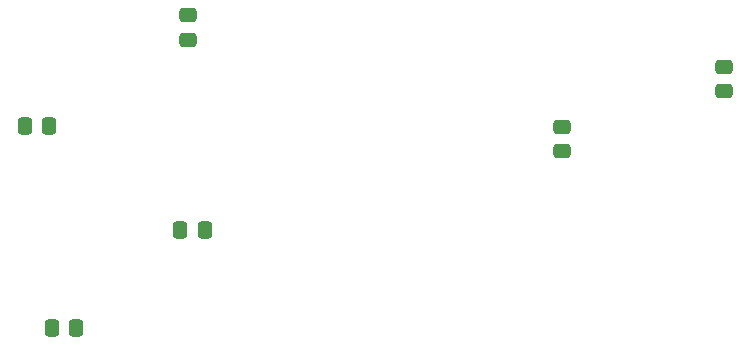
<source format=gbp>
G04 #@! TF.GenerationSoftware,KiCad,Pcbnew,(6.0.9)*
G04 #@! TF.CreationDate,2022-12-01T15:56:23+01:00*
G04 #@! TF.ProjectId,Twin-T,5477696e-2d54-42e6-9b69-6361645f7063,rev?*
G04 #@! TF.SameCoordinates,Original*
G04 #@! TF.FileFunction,Paste,Bot*
G04 #@! TF.FilePolarity,Positive*
%FSLAX46Y46*%
G04 Gerber Fmt 4.6, Leading zero omitted, Abs format (unit mm)*
G04 Created by KiCad (PCBNEW (6.0.9)) date 2022-12-01 15:56:23*
%MOMM*%
%LPD*%
G01*
G04 APERTURE LIST*
G04 Aperture macros list*
%AMRoundRect*
0 Rectangle with rounded corners*
0 $1 Rounding radius*
0 $2 $3 $4 $5 $6 $7 $8 $9 X,Y pos of 4 corners*
0 Add a 4 corners polygon primitive as box body*
4,1,4,$2,$3,$4,$5,$6,$7,$8,$9,$2,$3,0*
0 Add four circle primitives for the rounded corners*
1,1,$1+$1,$2,$3*
1,1,$1+$1,$4,$5*
1,1,$1+$1,$6,$7*
1,1,$1+$1,$8,$9*
0 Add four rect primitives between the rounded corners*
20,1,$1+$1,$2,$3,$4,$5,0*
20,1,$1+$1,$4,$5,$6,$7,0*
20,1,$1+$1,$6,$7,$8,$9,0*
20,1,$1+$1,$8,$9,$2,$3,0*%
G04 Aperture macros list end*
%ADD10RoundRect,0.250000X-0.475000X0.337500X-0.475000X-0.337500X0.475000X-0.337500X0.475000X0.337500X0*%
%ADD11RoundRect,0.250000X0.337500X0.475000X-0.337500X0.475000X-0.337500X-0.475000X0.337500X-0.475000X0*%
%ADD12RoundRect,0.250000X0.475000X-0.337500X0.475000X0.337500X-0.475000X0.337500X-0.475000X-0.337500X0*%
G04 APERTURE END LIST*
D10*
X174752000Y-105998100D03*
X174752000Y-108073100D03*
D11*
X119909500Y-128117600D03*
X117834500Y-128117600D03*
D10*
X161036000Y-111078100D03*
X161036000Y-113153100D03*
D11*
X117623500Y-110998000D03*
X115548500Y-110998000D03*
X130780700Y-119786400D03*
X128705700Y-119786400D03*
D12*
X129336800Y-103675000D03*
X129336800Y-101600000D03*
M02*

</source>
